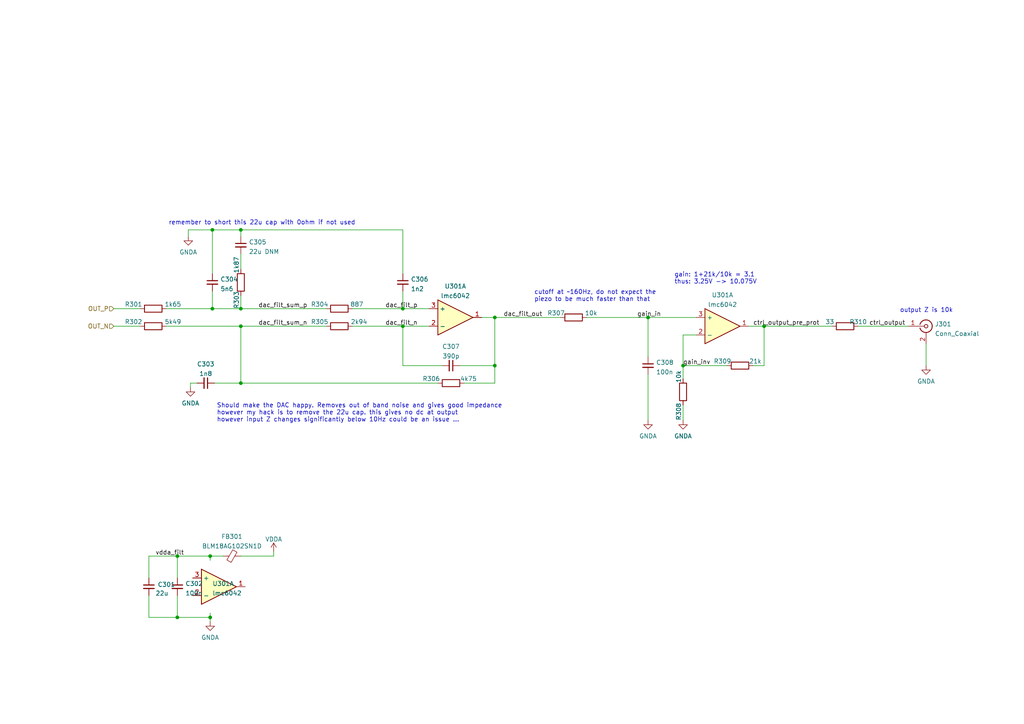
<source format=kicad_sch>
(kicad_sch (version 20211123) (generator eeschema)

  (uuid c3538923-208e-4661-a10d-5ea548204a51)

  (paper "A4")

  (lib_symbols
    (symbol "Connector:Conn_Coaxial" (pin_names (offset 1.016) hide) (in_bom yes) (on_board yes)
      (property "Reference" "J" (id 0) (at 0.254 3.048 0)
        (effects (font (size 1.27 1.27)))
      )
      (property "Value" "Conn_Coaxial" (id 1) (at 2.921 0 90)
        (effects (font (size 1.27 1.27)))
      )
      (property "Footprint" "" (id 2) (at 0 0 0)
        (effects (font (size 1.27 1.27)) hide)
      )
      (property "Datasheet" " ~" (id 3) (at 0 0 0)
        (effects (font (size 1.27 1.27)) hide)
      )
      (property "ki_keywords" "BNC SMA SMB SMC LEMO coaxial connector CINCH RCA" (id 4) (at 0 0 0)
        (effects (font (size 1.27 1.27)) hide)
      )
      (property "ki_description" "coaxial connector (BNC, SMA, SMB, SMC, Cinch/RCA, LEMO, ...)" (id 5) (at 0 0 0)
        (effects (font (size 1.27 1.27)) hide)
      )
      (property "ki_fp_filters" "*BNC* *SMA* *SMB* *SMC* *Cinch* *LEMO*" (id 6) (at 0 0 0)
        (effects (font (size 1.27 1.27)) hide)
      )
      (symbol "Conn_Coaxial_0_1"
        (arc (start -1.778 -0.508) (mid 0.222 -1.808) (end 1.778 0)
          (stroke (width 0.254) (type default) (color 0 0 0 0))
          (fill (type none))
        )
        (polyline
          (pts
            (xy -2.54 0)
            (xy -0.508 0)
          )
          (stroke (width 0) (type default) (color 0 0 0 0))
          (fill (type none))
        )
        (polyline
          (pts
            (xy 0 -2.54)
            (xy 0 -1.778)
          )
          (stroke (width 0) (type default) (color 0 0 0 0))
          (fill (type none))
        )
        (circle (center 0 0) (radius 0.508)
          (stroke (width 0.2032) (type default) (color 0 0 0 0))
          (fill (type none))
        )
        (arc (start 1.778 0) (mid 0.222 1.8083) (end -1.778 0.508)
          (stroke (width 0.254) (type default) (color 0 0 0 0))
          (fill (type none))
        )
      )
      (symbol "Conn_Coaxial_1_1"
        (pin passive line (at -5.08 0 0) (length 2.54)
          (name "In" (effects (font (size 1.27 1.27))))
          (number "1" (effects (font (size 1.27 1.27))))
        )
        (pin passive line (at 0 -5.08 90) (length 2.54)
          (name "Ext" (effects (font (size 1.27 1.27))))
          (number "2" (effects (font (size 1.27 1.27))))
        )
      )
    )
    (symbol "Device:C_Small" (pin_numbers hide) (pin_names (offset 0.254) hide) (in_bom yes) (on_board yes)
      (property "Reference" "C" (id 0) (at 0.254 1.778 0)
        (effects (font (size 1.27 1.27)) (justify left))
      )
      (property "Value" "C_Small" (id 1) (at 0.254 -2.032 0)
        (effects (font (size 1.27 1.27)) (justify left))
      )
      (property "Footprint" "" (id 2) (at 0 0 0)
        (effects (font (size 1.27 1.27)) hide)
      )
      (property "Datasheet" "~" (id 3) (at 0 0 0)
        (effects (font (size 1.27 1.27)) hide)
      )
      (property "ki_keywords" "capacitor cap" (id 4) (at 0 0 0)
        (effects (font (size 1.27 1.27)) hide)
      )
      (property "ki_description" "Unpolarized capacitor, small symbol" (id 5) (at 0 0 0)
        (effects (font (size 1.27 1.27)) hide)
      )
      (property "ki_fp_filters" "C_*" (id 6) (at 0 0 0)
        (effects (font (size 1.27 1.27)) hide)
      )
      (symbol "C_Small_0_1"
        (polyline
          (pts
            (xy -1.524 -0.508)
            (xy 1.524 -0.508)
          )
          (stroke (width 0.3302) (type default) (color 0 0 0 0))
          (fill (type none))
        )
        (polyline
          (pts
            (xy -1.524 0.508)
            (xy 1.524 0.508)
          )
          (stroke (width 0.3048) (type default) (color 0 0 0 0))
          (fill (type none))
        )
      )
      (symbol "C_Small_1_1"
        (pin passive line (at 0 2.54 270) (length 2.032)
          (name "~" (effects (font (size 1.27 1.27))))
          (number "1" (effects (font (size 1.27 1.27))))
        )
        (pin passive line (at 0 -2.54 90) (length 2.032)
          (name "~" (effects (font (size 1.27 1.27))))
          (number "2" (effects (font (size 1.27 1.27))))
        )
      )
    )
    (symbol "Device:FerriteBead_Small" (pin_numbers hide) (pin_names (offset 0)) (in_bom yes) (on_board yes)
      (property "Reference" "FB" (id 0) (at 1.905 1.27 0)
        (effects (font (size 1.27 1.27)) (justify left))
      )
      (property "Value" "FerriteBead_Small" (id 1) (at 1.905 -1.27 0)
        (effects (font (size 1.27 1.27)) (justify left))
      )
      (property "Footprint" "" (id 2) (at -1.778 0 90)
        (effects (font (size 1.27 1.27)) hide)
      )
      (property "Datasheet" "~" (id 3) (at 0 0 0)
        (effects (font (size 1.27 1.27)) hide)
      )
      (property "ki_keywords" "L ferrite bead inductor filter" (id 4) (at 0 0 0)
        (effects (font (size 1.27 1.27)) hide)
      )
      (property "ki_description" "Ferrite bead, small symbol" (id 5) (at 0 0 0)
        (effects (font (size 1.27 1.27)) hide)
      )
      (property "ki_fp_filters" "Inductor_* L_* *Ferrite*" (id 6) (at 0 0 0)
        (effects (font (size 1.27 1.27)) hide)
      )
      (symbol "FerriteBead_Small_0_1"
        (polyline
          (pts
            (xy 0 -1.27)
            (xy 0 -0.7874)
          )
          (stroke (width 0) (type default) (color 0 0 0 0))
          (fill (type none))
        )
        (polyline
          (pts
            (xy 0 0.889)
            (xy 0 1.2954)
          )
          (stroke (width 0) (type default) (color 0 0 0 0))
          (fill (type none))
        )
        (polyline
          (pts
            (xy -1.8288 0.2794)
            (xy -1.1176 1.4986)
            (xy 1.8288 -0.2032)
            (xy 1.1176 -1.4224)
            (xy -1.8288 0.2794)
          )
          (stroke (width 0) (type default) (color 0 0 0 0))
          (fill (type none))
        )
      )
      (symbol "FerriteBead_Small_1_1"
        (pin passive line (at 0 2.54 270) (length 1.27)
          (name "~" (effects (font (size 1.27 1.27))))
          (number "1" (effects (font (size 1.27 1.27))))
        )
        (pin passive line (at 0 -2.54 90) (length 1.27)
          (name "~" (effects (font (size 1.27 1.27))))
          (number "2" (effects (font (size 1.27 1.27))))
        )
      )
    )
    (symbol "Device:Opamp_Dual" (in_bom yes) (on_board yes)
      (property "Reference" "U" (id 0) (at 0 5.08 0)
        (effects (font (size 1.27 1.27)) (justify left))
      )
      (property "Value" "Opamp_Dual" (id 1) (at 0 -5.08 0)
        (effects (font (size 1.27 1.27)) (justify left))
      )
      (property "Footprint" "" (id 2) (at 0 0 0)
        (effects (font (size 1.27 1.27)) hide)
      )
      (property "Datasheet" "~" (id 3) (at 0 0 0)
        (effects (font (size 1.27 1.27)) hide)
      )
      (property "ki_locked" "" (id 4) (at 0 0 0)
        (effects (font (size 1.27 1.27)))
      )
      (property "ki_keywords" "dual opamp" (id 5) (at 0 0 0)
        (effects (font (size 1.27 1.27)) hide)
      )
      (property "ki_description" "Dual operational amplifier" (id 6) (at 0 0 0)
        (effects (font (size 1.27 1.27)) hide)
      )
      (property "ki_fp_filters" "SOIC*3.9x4.9mm*P1.27mm* DIP*W7.62mm* MSOP*3x3mm*P0.65mm* SSOP*2.95x2.8mm*P0.65mm* TSSOP*3x3mm*P0.65mm* VSSOP*P0.5mm* TO?99*" (id 7) (at 0 0 0)
        (effects (font (size 1.27 1.27)) hide)
      )
      (symbol "Opamp_Dual_1_1"
        (polyline
          (pts
            (xy -5.08 5.08)
            (xy 5.08 0)
            (xy -5.08 -5.08)
            (xy -5.08 5.08)
          )
          (stroke (width 0.254) (type default) (color 0 0 0 0))
          (fill (type background))
        )
        (pin output line (at 7.62 0 180) (length 2.54)
          (name "~" (effects (font (size 1.27 1.27))))
          (number "1" (effects (font (size 1.27 1.27))))
        )
        (pin input line (at -7.62 -2.54 0) (length 2.54)
          (name "-" (effects (font (size 1.27 1.27))))
          (number "2" (effects (font (size 1.27 1.27))))
        )
        (pin input line (at -7.62 2.54 0) (length 2.54)
          (name "+" (effects (font (size 1.27 1.27))))
          (number "3" (effects (font (size 1.27 1.27))))
        )
      )
      (symbol "Opamp_Dual_2_1"
        (polyline
          (pts
            (xy -5.08 5.08)
            (xy 5.08 0)
            (xy -5.08 -5.08)
            (xy -5.08 5.08)
          )
          (stroke (width 0.254) (type default) (color 0 0 0 0))
          (fill (type background))
        )
        (pin input line (at -7.62 2.54 0) (length 2.54)
          (name "+" (effects (font (size 1.27 1.27))))
          (number "5" (effects (font (size 1.27 1.27))))
        )
        (pin input line (at -7.62 -2.54 0) (length 2.54)
          (name "-" (effects (font (size 1.27 1.27))))
          (number "6" (effects (font (size 1.27 1.27))))
        )
        (pin output line (at 7.62 0 180) (length 2.54)
          (name "~" (effects (font (size 1.27 1.27))))
          (number "7" (effects (font (size 1.27 1.27))))
        )
      )
      (symbol "Opamp_Dual_3_1"
        (pin power_in line (at -2.54 -7.62 90) (length 3.81)
          (name "V-" (effects (font (size 1.27 1.27))))
          (number "4" (effects (font (size 1.27 1.27))))
        )
        (pin power_in line (at -2.54 7.62 270) (length 3.81)
          (name "V+" (effects (font (size 1.27 1.27))))
          (number "8" (effects (font (size 1.27 1.27))))
        )
      )
    )
    (symbol "Device:R" (pin_numbers hide) (pin_names (offset 0)) (in_bom yes) (on_board yes)
      (property "Reference" "R" (id 0) (at 2.032 0 90)
        (effects (font (size 1.27 1.27)))
      )
      (property "Value" "R" (id 1) (at 0 0 90)
        (effects (font (size 1.27 1.27)))
      )
      (property "Footprint" "" (id 2) (at -1.778 0 90)
        (effects (font (size 1.27 1.27)) hide)
      )
      (property "Datasheet" "~" (id 3) (at 0 0 0)
        (effects (font (size 1.27 1.27)) hide)
      )
      (property "ki_keywords" "R res resistor" (id 4) (at 0 0 0)
        (effects (font (size 1.27 1.27)) hide)
      )
      (property "ki_description" "Resistor" (id 5) (at 0 0 0)
        (effects (font (size 1.27 1.27)) hide)
      )
      (property "ki_fp_filters" "R_*" (id 6) (at 0 0 0)
        (effects (font (size 1.27 1.27)) hide)
      )
      (symbol "R_0_1"
        (rectangle (start -1.016 -2.54) (end 1.016 2.54)
          (stroke (width 0.254) (type default) (color 0 0 0 0))
          (fill (type none))
        )
      )
      (symbol "R_1_1"
        (pin passive line (at 0 3.81 270) (length 1.27)
          (name "~" (effects (font (size 1.27 1.27))))
          (number "1" (effects (font (size 1.27 1.27))))
        )
        (pin passive line (at 0 -3.81 90) (length 1.27)
          (name "~" (effects (font (size 1.27 1.27))))
          (number "2" (effects (font (size 1.27 1.27))))
        )
      )
    )
    (symbol "power:GNDA" (power) (pin_names (offset 0)) (in_bom yes) (on_board yes)
      (property "Reference" "#PWR" (id 0) (at 0 -6.35 0)
        (effects (font (size 1.27 1.27)) hide)
      )
      (property "Value" "GNDA" (id 1) (at 0 -3.81 0)
        (effects (font (size 1.27 1.27)))
      )
      (property "Footprint" "" (id 2) (at 0 0 0)
        (effects (font (size 1.27 1.27)) hide)
      )
      (property "Datasheet" "" (id 3) (at 0 0 0)
        (effects (font (size 1.27 1.27)) hide)
      )
      (property "ki_keywords" "power-flag" (id 4) (at 0 0 0)
        (effects (font (size 1.27 1.27)) hide)
      )
      (property "ki_description" "Power symbol creates a global label with name \"GNDA\" , analog ground" (id 5) (at 0 0 0)
        (effects (font (size 1.27 1.27)) hide)
      )
      (symbol "GNDA_0_1"
        (polyline
          (pts
            (xy 0 0)
            (xy 0 -1.27)
            (xy 1.27 -1.27)
            (xy 0 -2.54)
            (xy -1.27 -1.27)
            (xy 0 -1.27)
          )
          (stroke (width 0) (type default) (color 0 0 0 0))
          (fill (type none))
        )
      )
      (symbol "GNDA_1_1"
        (pin power_in line (at 0 0 270) (length 0) hide
          (name "GNDA" (effects (font (size 1.27 1.27))))
          (number "1" (effects (font (size 1.27 1.27))))
        )
      )
    )
    (symbol "power:VDDA" (power) (pin_names (offset 0)) (in_bom yes) (on_board yes)
      (property "Reference" "#PWR" (id 0) (at 0 -3.81 0)
        (effects (font (size 1.27 1.27)) hide)
      )
      (property "Value" "VDDA" (id 1) (at 0 3.81 0)
        (effects (font (size 1.27 1.27)))
      )
      (property "Footprint" "" (id 2) (at 0 0 0)
        (effects (font (size 1.27 1.27)) hide)
      )
      (property "Datasheet" "" (id 3) (at 0 0 0)
        (effects (font (size 1.27 1.27)) hide)
      )
      (property "ki_keywords" "power-flag" (id 4) (at 0 0 0)
        (effects (font (size 1.27 1.27)) hide)
      )
      (property "ki_description" "Power symbol creates a global label with name \"VDDA\"" (id 5) (at 0 0 0)
        (effects (font (size 1.27 1.27)) hide)
      )
      (symbol "VDDA_0_1"
        (polyline
          (pts
            (xy -0.762 1.27)
            (xy 0 2.54)
          )
          (stroke (width 0) (type default) (color 0 0 0 0))
          (fill (type none))
        )
        (polyline
          (pts
            (xy 0 0)
            (xy 0 2.54)
          )
          (stroke (width 0) (type default) (color 0 0 0 0))
          (fill (type none))
        )
        (polyline
          (pts
            (xy 0 2.54)
            (xy 0.762 1.27)
          )
          (stroke (width 0) (type default) (color 0 0 0 0))
          (fill (type none))
        )
      )
      (symbol "VDDA_1_1"
        (pin power_in line (at 0 0 90) (length 0) hide
          (name "VDDA" (effects (font (size 1.27 1.27))))
          (number "1" (effects (font (size 1.27 1.27))))
        )
      )
    )
  )

  (junction (at 51.435 161.29) (diameter 0) (color 0 0 0 0)
    (uuid 0595353e-7761-48b1-af93-f26a4c6b6fb3)
  )
  (junction (at 143.51 106.045) (diameter 0) (color 0 0 0 0)
    (uuid 2c4ad0b8-4100-44f0-b2b0-7f09885a6625)
  )
  (junction (at 69.85 66.675) (diameter 0) (color 0 0 0 0)
    (uuid 3923f18e-7a6a-4094-b675-6aa9a916406c)
  )
  (junction (at 116.84 94.615) (diameter 0) (color 0 0 0 0)
    (uuid 40c2366b-8fcc-48d2-89a8-0a54bd03f5b1)
  )
  (junction (at 187.96 92.075) (diameter 0) (color 0 0 0 0)
    (uuid 5ff36d37-0783-4b90-b35e-3580c402fcfc)
  )
  (junction (at 198.12 106.045) (diameter 0) (color 0 0 0 0)
    (uuid 7948ee00-4ecc-4f7e-99cc-b3fcba5abb8d)
  )
  (junction (at 69.85 111.125) (diameter 0) (color 0 0 0 0)
    (uuid 98be4b32-51d8-4f7b-9b74-14890e40923b)
  )
  (junction (at 116.84 89.535) (diameter 0) (color 0 0 0 0)
    (uuid 99c8c34b-e70e-421b-a54a-ab34163b1555)
  )
  (junction (at 61.595 66.675) (diameter 0) (color 0 0 0 0)
    (uuid a51933e4-9717-4b57-9d95-3f7b2fc0b38e)
  )
  (junction (at 221.615 94.615) (diameter 0) (color 0 0 0 0)
    (uuid a76aa09b-d818-4995-9cee-122897d9e934)
  )
  (junction (at 143.51 92.075) (diameter 0) (color 0 0 0 0)
    (uuid aee7819b-606d-44da-96c0-15205a920428)
  )
  (junction (at 51.435 179.07) (diameter 0) (color 0 0 0 0)
    (uuid b397c504-e2c1-4c09-ba73-bed4febd0c24)
  )
  (junction (at 60.96 179.07) (diameter 0) (color 0 0 0 0)
    (uuid b96ecb58-3b06-413f-9635-bc8603b2d1ec)
  )
  (junction (at 69.85 94.615) (diameter 0) (color 0 0 0 0)
    (uuid b9bd1d5b-9360-4de4-802f-5a04cc690636)
  )
  (junction (at 60.96 161.29) (diameter 0) (color 0 0 0 0)
    (uuid c57e6991-9a66-4628-b7bf-490bfc36ab65)
  )
  (junction (at 61.595 89.535) (diameter 0) (color 0 0 0 0)
    (uuid d4771ed4-96b4-4c4e-9e9e-106a65402726)
  )
  (junction (at 69.85 89.535) (diameter 0) (color 0 0 0 0)
    (uuid edf690c8-a602-4dcd-901d-de131305dee9)
  )

  (wire (pts (xy 268.605 106.045) (xy 268.605 99.695))
    (stroke (width 0) (type default) (color 0 0 0 0))
    (uuid 0039d7ff-d695-4482-bba7-e6bc641bcadc)
  )
  (wire (pts (xy 116.84 94.615) (xy 124.46 94.615))
    (stroke (width 0) (type default) (color 0 0 0 0))
    (uuid 067f8f1e-83b5-43a0-b6ad-6d8887da0643)
  )
  (wire (pts (xy 187.96 92.075) (xy 201.93 92.075))
    (stroke (width 0) (type default) (color 0 0 0 0))
    (uuid 0a82186a-192b-46c1-8706-14f987498566)
  )
  (wire (pts (xy 60.96 161.29) (xy 51.435 161.29))
    (stroke (width 0) (type default) (color 0 0 0 0))
    (uuid 118961ae-dc32-48eb-bf89-746711ab1f7f)
  )
  (wire (pts (xy 69.85 94.615) (xy 94.615 94.615))
    (stroke (width 0) (type default) (color 0 0 0 0))
    (uuid 13fe7576-1a9e-4ef4-899d-259e3a56e5f4)
  )
  (wire (pts (xy 33.02 89.535) (xy 40.64 89.535))
    (stroke (width 0) (type default) (color 0 0 0 0))
    (uuid 14f7bfd1-1090-4958-86e3-429311df3ea5)
  )
  (wire (pts (xy 43.18 179.07) (xy 51.435 179.07))
    (stroke (width 0) (type default) (color 0 0 0 0))
    (uuid 19d35abc-356b-4249-8633-92b791f01b62)
  )
  (wire (pts (xy 69.85 89.535) (xy 94.615 89.535))
    (stroke (width 0) (type default) (color 0 0 0 0))
    (uuid 1dc5a7fc-42c1-4a42-a52a-ac3735b7f0ec)
  )
  (wire (pts (xy 69.85 111.125) (xy 127 111.125))
    (stroke (width 0) (type default) (color 0 0 0 0))
    (uuid 2344e79d-9886-4369-80c0-b4c51dec6298)
  )
  (wire (pts (xy 116.84 79.375) (xy 116.84 66.675))
    (stroke (width 0) (type default) (color 0 0 0 0))
    (uuid 2ab86954-c6dd-4b85-8ac0-76ed16744845)
  )
  (wire (pts (xy 61.595 66.675) (xy 61.595 79.375))
    (stroke (width 0) (type default) (color 0 0 0 0))
    (uuid 2daac783-813f-46ec-a667-0bcfdbf630aa)
  )
  (wire (pts (xy 217.17 94.615) (xy 221.615 94.615))
    (stroke (width 0) (type default) (color 0 0 0 0))
    (uuid 303f509e-1964-4fd6-8519-623168d80359)
  )
  (wire (pts (xy 143.51 92.075) (xy 162.56 92.075))
    (stroke (width 0) (type default) (color 0 0 0 0))
    (uuid 3559bde8-5ed8-408d-9d4d-db4caae62cc2)
  )
  (wire (pts (xy 69.85 161.29) (xy 79.375 161.29))
    (stroke (width 0) (type default) (color 0 0 0 0))
    (uuid 3841bedf-2808-4102-bf75-2b9d4b09d0ad)
  )
  (wire (pts (xy 48.26 94.615) (xy 69.85 94.615))
    (stroke (width 0) (type default) (color 0 0 0 0))
    (uuid 3c8e0184-f787-4331-a551-5c50d9a27302)
  )
  (wire (pts (xy 61.595 84.455) (xy 61.595 89.535))
    (stroke (width 0) (type default) (color 0 0 0 0))
    (uuid 3cf7067d-f43e-4282-8534-64bf7abc9159)
  )
  (wire (pts (xy 201.93 97.155) (xy 198.12 97.155))
    (stroke (width 0) (type default) (color 0 0 0 0))
    (uuid 422f744c-8cdd-4533-8e76-7ce0aed3004f)
  )
  (wire (pts (xy 51.435 179.07) (xy 60.96 179.07))
    (stroke (width 0) (type default) (color 0 0 0 0))
    (uuid 435b5025-3b61-44c7-8e86-19bcdc402abe)
  )
  (wire (pts (xy 69.85 85.725) (xy 69.85 89.535))
    (stroke (width 0) (type default) (color 0 0 0 0))
    (uuid 44486d60-b370-4fc3-8bd0-b1bb0bd03ec4)
  )
  (wire (pts (xy 55.245 112.395) (xy 55.245 111.125))
    (stroke (width 0) (type default) (color 0 0 0 0))
    (uuid 459ffa61-a96d-46ea-9b80-5629e39efea0)
  )
  (wire (pts (xy 198.12 97.155) (xy 198.12 106.045))
    (stroke (width 0) (type default) (color 0 0 0 0))
    (uuid 4956c5ce-47b4-4b46-9ba1-52092a6304db)
  )
  (wire (pts (xy 60.96 161.29) (xy 64.77 161.29))
    (stroke (width 0) (type default) (color 0 0 0 0))
    (uuid 4cc67468-af53-4712-b67e-0108d299b6d7)
  )
  (wire (pts (xy 198.12 117.475) (xy 198.12 121.92))
    (stroke (width 0) (type default) (color 0 0 0 0))
    (uuid 63aadda9-1e53-43ea-b04d-8f50154123cd)
  )
  (wire (pts (xy 198.12 106.045) (xy 198.12 109.855))
    (stroke (width 0) (type default) (color 0 0 0 0))
    (uuid 6587124f-11ee-440a-8eba-b2c437a01830)
  )
  (wire (pts (xy 143.51 92.075) (xy 143.51 106.045))
    (stroke (width 0) (type default) (color 0 0 0 0))
    (uuid 725b9117-f7f0-4be3-970e-e0715604cac5)
  )
  (wire (pts (xy 51.435 161.29) (xy 43.18 161.29))
    (stroke (width 0) (type default) (color 0 0 0 0))
    (uuid 732feb65-7cce-4943-ae03-585fa7d4dfef)
  )
  (wire (pts (xy 33.02 94.615) (xy 40.64 94.615))
    (stroke (width 0) (type default) (color 0 0 0 0))
    (uuid 7607ad12-eebe-4f26-ac26-1ce733bde4e1)
  )
  (wire (pts (xy 43.18 172.72) (xy 43.18 179.07))
    (stroke (width 0) (type default) (color 0 0 0 0))
    (uuid 788e0a11-2a52-455f-9104-41df014f2b83)
  )
  (wire (pts (xy 102.235 94.615) (xy 116.84 94.615))
    (stroke (width 0) (type default) (color 0 0 0 0))
    (uuid 7c38e4a2-3261-4ebc-bc1f-48b2b7ba91c4)
  )
  (wire (pts (xy 221.615 106.045) (xy 218.44 106.045))
    (stroke (width 0) (type default) (color 0 0 0 0))
    (uuid 7d9ea05c-e250-4089-a005-0b2fba6bb1e4)
  )
  (wire (pts (xy 102.235 89.535) (xy 116.84 89.535))
    (stroke (width 0) (type default) (color 0 0 0 0))
    (uuid 84d7593c-7791-4195-a93e-a11debd08536)
  )
  (wire (pts (xy 143.51 106.045) (xy 133.35 106.045))
    (stroke (width 0) (type default) (color 0 0 0 0))
    (uuid 87d94911-edcd-4be6-98c8-6b41c12a7664)
  )
  (wire (pts (xy 51.435 172.72) (xy 51.435 179.07))
    (stroke (width 0) (type default) (color 0 0 0 0))
    (uuid 899fbe04-6fa7-4ffd-a9eb-7eb7ceb65d85)
  )
  (wire (pts (xy 54.61 66.675) (xy 61.595 66.675))
    (stroke (width 0) (type default) (color 0 0 0 0))
    (uuid 8c0af9f0-87eb-4233-91b9-2ac80e5a3400)
  )
  (wire (pts (xy 54.61 68.58) (xy 54.61 66.675))
    (stroke (width 0) (type default) (color 0 0 0 0))
    (uuid 8e0aaee5-01a5-4be9-8eec-fd2953a02341)
  )
  (wire (pts (xy 248.92 94.615) (xy 263.525 94.615))
    (stroke (width 0) (type default) (color 0 0 0 0))
    (uuid 8e87085f-38ba-46ba-91fb-d05ffe6b46bc)
  )
  (wire (pts (xy 187.96 108.585) (xy 187.96 121.92))
    (stroke (width 0) (type default) (color 0 0 0 0))
    (uuid 90263cde-d422-4337-973e-8b62bddd33da)
  )
  (wire (pts (xy 143.51 111.125) (xy 134.62 111.125))
    (stroke (width 0) (type default) (color 0 0 0 0))
    (uuid 904a9c11-4452-4746-afc7-adad3f8c9213)
  )
  (wire (pts (xy 55.245 111.125) (xy 57.15 111.125))
    (stroke (width 0) (type default) (color 0 0 0 0))
    (uuid 9fb5b181-7a05-4c03-ad8e-eddbe1326b35)
  )
  (wire (pts (xy 69.85 66.675) (xy 69.85 68.58))
    (stroke (width 0) (type default) (color 0 0 0 0))
    (uuid a01261b2-d47c-421f-b86f-f7cbadc421ac)
  )
  (wire (pts (xy 198.12 106.045) (xy 210.82 106.045))
    (stroke (width 0) (type default) (color 0 0 0 0))
    (uuid a48168dc-580d-4dd5-82ac-21d6c2f45026)
  )
  (wire (pts (xy 69.85 73.66) (xy 69.85 78.105))
    (stroke (width 0) (type default) (color 0 0 0 0))
    (uuid c1e56c52-7c87-4516-b616-75c1adfc8c93)
  )
  (wire (pts (xy 51.435 161.29) (xy 51.435 167.64))
    (stroke (width 0) (type default) (color 0 0 0 0))
    (uuid c4a7c87e-0664-4284-928a-d85b3f90c13c)
  )
  (wire (pts (xy 60.96 179.07) (xy 60.96 180.34))
    (stroke (width 0) (type default) (color 0 0 0 0))
    (uuid c8437bf5-4135-417b-ae30-28eb06d06d9d)
  )
  (wire (pts (xy 60.96 179.07) (xy 60.96 177.8))
    (stroke (width 0) (type default) (color 0 0 0 0))
    (uuid c932c430-aae3-4d3d-94ec-818bec195bcd)
  )
  (wire (pts (xy 61.595 66.675) (xy 69.85 66.675))
    (stroke (width 0) (type default) (color 0 0 0 0))
    (uuid c9be8710-939e-4c00-94f0-6a9f03421605)
  )
  (wire (pts (xy 139.7 92.075) (xy 143.51 92.075))
    (stroke (width 0) (type default) (color 0 0 0 0))
    (uuid d4cd8af2-0101-4afb-aece-29329b8e711a)
  )
  (wire (pts (xy 79.375 161.29) (xy 79.375 160.02))
    (stroke (width 0) (type default) (color 0 0 0 0))
    (uuid d6474228-bdbe-4e46-9483-4e5b8e99a940)
  )
  (wire (pts (xy 69.85 66.675) (xy 116.84 66.675))
    (stroke (width 0) (type default) (color 0 0 0 0))
    (uuid d6f7f2b5-4ea1-4983-ae4e-c35f5bb4f571)
  )
  (wire (pts (xy 116.84 89.535) (xy 124.46 89.535))
    (stroke (width 0) (type default) (color 0 0 0 0))
    (uuid db5f302b-3335-430e-bb88-13426b2ce4ee)
  )
  (wire (pts (xy 221.615 94.615) (xy 241.3 94.615))
    (stroke (width 0) (type default) (color 0 0 0 0))
    (uuid df5ba8b6-2c2d-4eb0-81bf-7b9f23b5445c)
  )
  (wire (pts (xy 143.51 106.045) (xy 143.51 111.125))
    (stroke (width 0) (type default) (color 0 0 0 0))
    (uuid e01ff30e-7ece-48e3-a9a2-67455fb3e4eb)
  )
  (wire (pts (xy 187.96 92.075) (xy 187.96 103.505))
    (stroke (width 0) (type default) (color 0 0 0 0))
    (uuid e14a56aa-e374-4f79-a0ea-78222f5e6d8d)
  )
  (wire (pts (xy 170.18 92.075) (xy 187.96 92.075))
    (stroke (width 0) (type default) (color 0 0 0 0))
    (uuid e39649f4-00b9-47e7-9d0e-b682b2bcd0e9)
  )
  (wire (pts (xy 116.84 94.615) (xy 116.84 106.045))
    (stroke (width 0) (type default) (color 0 0 0 0))
    (uuid e4468e62-46c6-4900-ab29-6b9a84f65338)
  )
  (wire (pts (xy 61.595 89.535) (xy 69.85 89.535))
    (stroke (width 0) (type default) (color 0 0 0 0))
    (uuid e71cd1ce-60b3-4b67-ae18-391725474fc0)
  )
  (wire (pts (xy 116.84 84.455) (xy 116.84 89.535))
    (stroke (width 0) (type default) (color 0 0 0 0))
    (uuid ec2a0580-589b-49b9-ae6c-6f074aef7df7)
  )
  (wire (pts (xy 128.27 106.045) (xy 116.84 106.045))
    (stroke (width 0) (type default) (color 0 0 0 0))
    (uuid ed7cb2ee-bf93-4230-aefb-c0d562dbc285)
  )
  (wire (pts (xy 43.18 161.29) (xy 43.18 167.64))
    (stroke (width 0) (type default) (color 0 0 0 0))
    (uuid f67783db-98b3-492e-8dbd-288f882ebc59)
  )
  (wire (pts (xy 60.96 161.29) (xy 60.96 162.56))
    (stroke (width 0) (type default) (color 0 0 0 0))
    (uuid f738fc05-170d-4619-9701-0a1bde4b9526)
  )
  (wire (pts (xy 48.26 89.535) (xy 61.595 89.535))
    (stroke (width 0) (type default) (color 0 0 0 0))
    (uuid f907627c-3e25-4f87-a5c5-3adbfa66ea12)
  )
  (wire (pts (xy 62.23 111.125) (xy 69.85 111.125))
    (stroke (width 0) (type default) (color 0 0 0 0))
    (uuid fa0c9e80-b64a-4298-914c-5b42e4bb4462)
  )
  (wire (pts (xy 69.85 111.125) (xy 69.85 94.615))
    (stroke (width 0) (type default) (color 0 0 0 0))
    (uuid fba44073-696f-474a-8785-9cb725e923b4)
  )
  (wire (pts (xy 221.615 94.615) (xy 221.615 106.045))
    (stroke (width 0) (type default) (color 0 0 0 0))
    (uuid ff9410be-a1ec-4fbe-b1c7-b39b5422e616)
  )

  (text "output Z is 10k" (at 260.985 90.805 0)
    (effects (font (size 1.27 1.27)) (justify left bottom))
    (uuid 28e38b37-b7ef-4cc4-96bb-91c4df308853)
  )
  (text "cutoff at ~160Hz, do not expect the \npiezo to be much faster than that"
    (at 154.94 87.63 0)
    (effects (font (size 1.27 1.27)) (justify left bottom))
    (uuid 7d9a1fbf-604b-4862-a709-ce86546abc59)
  )
  (text "remember to short this 22u cap with 0ohm if not used"
    (at 48.895 65.405 0)
    (effects (font (size 1.27 1.27)) (justify left bottom))
    (uuid 8bfea243-8cfc-40c6-9d18-c5686a4e27bb)
  )
  (text "Should make the DAC happy. Removes out of band noise and gives good impedance\nhowever my hack is to remove the 22u cap. this gives no dc at output\nhowever input Z changes significantly below 10Hz could be an issue ..."
    (at 62.865 122.555 0)
    (effects (font (size 1.27 1.27)) (justify left bottom))
    (uuid 9c4ca85c-6b4a-4bb9-aebf-478e49ed29fd)
  )
  (text "gain: 1+21k/10k = 3.1\nthus: 3.25V -> 10.075V" (at 195.58 82.55 0)
    (effects (font (size 1.27 1.27)) (justify left bottom))
    (uuid b83f684c-16e9-4001-ae7e-32c3aadf55a2)
  )

  (label "dac_filt_sum_p" (at 74.93 89.535 0)
    (effects (font (size 1.27 1.27)) (justify left bottom))
    (uuid 22939b6e-2e39-48d5-b8b6-9205ae492aef)
  )
  (label "vdda_filt" (at 45.085 161.29 0)
    (effects (font (size 1.27 1.27)) (justify left bottom))
    (uuid 40576589-a55b-4e1e-a101-538676b59a43)
  )
  (label "dac_filt_sum_n" (at 74.93 94.615 0)
    (effects (font (size 1.27 1.27)) (justify left bottom))
    (uuid 4207b17a-09ee-4235-a507-39ce89fb54aa)
  )
  (label "ctrl_output" (at 252.095 94.615 0)
    (effects (font (size 1.27 1.27)) (justify left bottom))
    (uuid 4d17a9f2-b63a-43a9-87bc-bbf4a48979ab)
  )
  (label "dac_filt_p" (at 111.76 89.535 0)
    (effects (font (size 1.27 1.27)) (justify left bottom))
    (uuid 7adeaf9d-3e99-4ff5-a24e-fefb87733532)
  )
  (label "dac_filt_n" (at 111.76 94.615 0)
    (effects (font (size 1.27 1.27)) (justify left bottom))
    (uuid 938565d7-777c-4ab0-a8dc-8d0bb16cf84c)
  )
  (label "dac_filt_out" (at 146.05 92.075 0)
    (effects (font (size 1.27 1.27)) (justify left bottom))
    (uuid a16afbda-5693-4d53-94dc-251d68ed479a)
  )
  (label "gain_in" (at 184.785 92.075 0)
    (effects (font (size 1.27 1.27)) (justify left bottom))
    (uuid aec8f44a-c04b-4bf0-b5fe-4f48e829e699)
  )
  (label "ctrl_output_pre_prot" (at 218.44 94.615 0)
    (effects (font (size 1.27 1.27)) (justify left bottom))
    (uuid d375a453-923a-475f-a4e6-8295ab7fb1a9)
  )
  (label "gain_inv" (at 198.12 106.045 0)
    (effects (font (size 1.27 1.27)) (justify left bottom))
    (uuid fa8bcbf9-9708-4624-84fb-7dee82ae5b91)
  )

  (hierarchical_label "OUT_P" (shape input) (at 33.02 89.535 180)
    (effects (font (size 1.27 1.27)) (justify right))
    (uuid 5fa8d2e9-4abc-4d63-924d-5a11f34defcf)
  )
  (hierarchical_label "OUT_N" (shape input) (at 33.02 94.615 180)
    (effects (font (size 1.27 1.27)) (justify right))
    (uuid a79447a8-7e9a-4ba5-bee1-026352024936)
  )

  (symbol (lib_id "Device:C_Small") (at 43.18 170.18 0)
    (in_bom yes) (on_board yes)
    (uuid 02d7daeb-3293-45c5-8b0e-1c9b1755cd8a)
    (property "Reference" "C301" (id 0) (at 45.72 169.545 0)
      (effects (font (size 1.27 1.27)) (justify left))
    )
    (property "Value" "22u" (id 1) (at 45.085 172.085 0)
      (effects (font (size 1.27 1.27)) (justify left))
    )
    (property "Footprint" "Capacitor_SMD:C_0603_1608Metric_Pad1.08x0.95mm_HandSolder" (id 2) (at 43.18 170.18 0)
      (effects (font (size 1.27 1.27)) hide)
    )
    (property "Datasheet" "~" (id 3) (at 43.18 170.18 0)
      (effects (font (size 1.27 1.27)) hide)
    )
    (pin "1" (uuid 434da7cc-2db3-4700-a7a7-fa4ab0cd604a))
    (pin "2" (uuid eb27bb1d-1174-448a-8ca7-24212f21d382))
  )

  (symbol (lib_id "Device:R") (at 44.45 94.615 90)
    (in_bom yes) (on_board yes)
    (uuid 03b6137a-1e55-474f-9485-08832be7ca32)
    (property "Reference" "R302" (id 0) (at 38.735 93.345 90))
    (property "Value" "5k49" (id 1) (at 50.165 93.345 90))
    (property "Footprint" "Resistor_SMD:R_0603_1608Metric_Pad0.98x0.95mm_HandSolder" (id 2) (at 44.45 96.393 90)
      (effects (font (size 1.27 1.27)) hide)
    )
    (property "Datasheet" "~" (id 3) (at 44.45 94.615 0)
      (effects (font (size 1.27 1.27)) hide)
    )
    (pin "1" (uuid c5ba8ad3-1ba4-44ec-bbf6-9fb7326a3945))
    (pin "2" (uuid 1748b3b4-aaba-46eb-b4fc-8eb23938eb18))
  )

  (symbol (lib_id "power:GNDA") (at 55.245 112.395 0)
    (in_bom yes) (on_board yes) (fields_autoplaced)
    (uuid 057dcd1b-2916-4d0c-8361-99eb37225c69)
    (property "Reference" "#PWR0402" (id 0) (at 55.245 118.745 0)
      (effects (font (size 1.27 1.27)) hide)
    )
    (property "Value" "GNDA" (id 1) (at 55.245 116.9575 0))
    (property "Footprint" "" (id 2) (at 55.245 112.395 0)
      (effects (font (size 1.27 1.27)) hide)
    )
    (property "Datasheet" "" (id 3) (at 55.245 112.395 0)
      (effects (font (size 1.27 1.27)) hide)
    )
    (pin "1" (uuid 70f41ca9-2381-497b-83aa-0303df167c25))
  )

  (symbol (lib_id "power:GNDA") (at 54.61 68.58 0)
    (in_bom yes) (on_board yes) (fields_autoplaced)
    (uuid 1125cf5f-fb12-4bee-9e43-063b471846ac)
    (property "Reference" "#PWR0401" (id 0) (at 54.61 74.93 0)
      (effects (font (size 1.27 1.27)) hide)
    )
    (property "Value" "GNDA" (id 1) (at 54.61 73.1425 0))
    (property "Footprint" "" (id 2) (at 54.61 68.58 0)
      (effects (font (size 1.27 1.27)) hide)
    )
    (property "Datasheet" "" (id 3) (at 54.61 68.58 0)
      (effects (font (size 1.27 1.27)) hide)
    )
    (pin "1" (uuid 4db4425b-5d96-435c-a7f5-45e9b8213301))
  )

  (symbol (lib_id "Device:C_Small") (at 130.81 106.045 270)
    (in_bom yes) (on_board yes) (fields_autoplaced)
    (uuid 1db4c53d-2a8e-4088-aeab-9a92b2d926c6)
    (property "Reference" "C307" (id 0) (at 130.8036 100.5164 90))
    (property "Value" "390p" (id 1) (at 130.8036 103.2915 90))
    (property "Footprint" "Capacitor_SMD:C_0603_1608Metric_Pad1.08x0.95mm_HandSolder" (id 2) (at 130.81 106.045 0)
      (effects (font (size 1.27 1.27)) hide)
    )
    (property "Datasheet" "~" (id 3) (at 130.81 106.045 0)
      (effects (font (size 1.27 1.27)) hide)
    )
    (pin "1" (uuid e538d451-f09c-44b0-aeea-0e828a608e46))
    (pin "2" (uuid 0aea7718-0aa2-455b-b75f-49a9e0c4a36c))
  )

  (symbol (lib_id "Device:Opamp_Dual") (at 209.55 94.615 0)
    (in_bom yes) (on_board yes) (fields_autoplaced)
    (uuid 1e75f5b1-b930-445c-9f17-792cb68656fa)
    (property "Reference" "U301" (id 0) (at 209.55 85.5685 0))
    (property "Value" "lmc6042" (id 1) (at 209.55 88.3436 0))
    (property "Footprint" "Package_SO:SOIC-8_3.9x4.9mm_P1.27mm" (id 2) (at 209.55 94.615 0)
      (effects (font (size 1.27 1.27)) hide)
    )
    (property "Datasheet" "https://www.ti.com/lit/ds/symlink/lmc6042.pdf?ts=1644520668945&ref_url=https%253A%252F%252Fwww.google.com%252F" (id 3) (at 209.55 94.615 0)
      (effects (font (size 1.27 1.27)) hide)
    )
    (pin "5" (uuid 9c08e9bc-2359-4642-8957-cdc10638112d))
    (pin "6" (uuid 999a9de1-b184-4a7a-88ce-e26d61a272e3))
    (pin "7" (uuid 09dffe2f-119c-4acf-b279-934de0a0dda7))
  )

  (symbol (lib_id "Connector:Conn_Coaxial") (at 268.605 94.615 0)
    (in_bom yes) (on_board yes) (fields_autoplaced)
    (uuid 27924dc6-bc05-46d7-aa76-9edc4dbf27eb)
    (property "Reference" "J301" (id 0) (at 271.145 93.9997 0)
      (effects (font (size 1.27 1.27)) (justify left))
    )
    (property "Value" "Conn_Coaxial" (id 1) (at 271.145 96.7748 0)
      (effects (font (size 1.27 1.27)) (justify left))
    )
    (property "Footprint" "Connector_Coaxial:BNC_Amphenol_B6252HB-NPP3G-50_Horizontal" (id 2) (at 268.605 94.615 0)
      (effects (font (size 1.27 1.27)) hide)
    )
    (property "Datasheet" " ~" (id 3) (at 268.605 94.615 0)
      (effects (font (size 1.27 1.27)) hide)
    )
    (pin "1" (uuid c741f3d7-d759-4619-b72b-356d394376db))
    (pin "2" (uuid 6a135b4a-b0f0-4809-bdd6-98487951da0a))
  )

  (symbol (lib_id "Device:Opamp_Dual") (at 63.5 170.18 0)
    (in_bom yes) (on_board yes)
    (uuid 366eab11-1855-43c4-b6e1-9a698202e5d2)
    (property "Reference" "U301" (id 0) (at 61.595 169.2715 0)
      (effects (font (size 1.27 1.27)) (justify left))
    )
    (property "Value" "lmc6042" (id 1) (at 61.595 172.0466 0)
      (effects (font (size 1.27 1.27)) (justify left))
    )
    (property "Footprint" "Package_SO:SOIC-8_3.9x4.9mm_P1.27mm" (id 2) (at 63.5 170.18 0)
      (effects (font (size 1.27 1.27)) hide)
    )
    (property "Datasheet" "https://www.ti.com/lit/ds/symlink/lmc6042.pdf?ts=1644520668945&ref_url=https%253A%252F%252Fwww.google.com%252F" (id 3) (at 63.5 170.18 0)
      (effects (font (size 1.27 1.27)) hide)
    )
    (pin "4" (uuid 3191783e-5075-4348-8aac-846f923d21cb))
    (pin "8" (uuid 2d0a1cd4-a5be-46cc-a28f-17278e9b94e9))
  )

  (symbol (lib_id "power:GNDA") (at 60.96 180.34 0)
    (in_bom yes) (on_board yes) (fields_autoplaced)
    (uuid 46875522-0fc3-46ac-b5fc-7f7b4b0695c7)
    (property "Reference" "#PWR0403" (id 0) (at 60.96 186.69 0)
      (effects (font (size 1.27 1.27)) hide)
    )
    (property "Value" "GNDA" (id 1) (at 60.96 184.9025 0))
    (property "Footprint" "" (id 2) (at 60.96 180.34 0)
      (effects (font (size 1.27 1.27)) hide)
    )
    (property "Datasheet" "" (id 3) (at 60.96 180.34 0)
      (effects (font (size 1.27 1.27)) hide)
    )
    (pin "1" (uuid 255f8f6a-7b80-4404-aef5-6c852fdb2308))
  )

  (symbol (lib_id "power:GNDA") (at 198.12 121.92 0)
    (in_bom yes) (on_board yes) (fields_autoplaced)
    (uuid 48ed8987-fa39-45a0-90d0-16580413d208)
    (property "Reference" "#PWR0406" (id 0) (at 198.12 128.27 0)
      (effects (font (size 1.27 1.27)) hide)
    )
    (property "Value" "GNDA" (id 1) (at 198.12 126.4825 0))
    (property "Footprint" "" (id 2) (at 198.12 121.92 0)
      (effects (font (size 1.27 1.27)) hide)
    )
    (property "Datasheet" "" (id 3) (at 198.12 121.92 0)
      (effects (font (size 1.27 1.27)) hide)
    )
    (pin "1" (uuid b05da4d6-a5d3-4c46-b284-c98cb459eaac))
  )

  (symbol (lib_id "Device:FerriteBead_Small") (at 67.31 161.29 90)
    (in_bom yes) (on_board yes)
    (uuid 4ce07f39-739a-460f-b145-230247120412)
    (property "Reference" "FB301" (id 0) (at 67.2719 155.6217 90))
    (property "Value" "BLM18AG102SN1D" (id 1) (at 67.2719 158.3968 90))
    (property "Footprint" "Inductor_SMD:L_0603_1608Metric_Pad1.05x0.95mm_HandSolder" (id 2) (at 67.31 163.068 90)
      (effects (font (size 1.27 1.27)) hide)
    )
    (property "Datasheet" "~" (id 3) (at 67.31 161.29 0)
      (effects (font (size 1.27 1.27)) hide)
    )
    (pin "1" (uuid 3426319c-2f30-4cb4-bd90-9d0580009cb5))
    (pin "2" (uuid 35cb7c55-37ae-45a6-92b2-aed8c1ad27cd))
  )

  (symbol (lib_id "Device:R") (at 98.425 89.535 90)
    (in_bom yes) (on_board yes)
    (uuid 53f866fa-9bcd-4de8-8300-629f637aab06)
    (property "Reference" "R304" (id 0) (at 92.71 88.265 90))
    (property "Value" "887" (id 1) (at 103.505 88.265 90))
    (property "Footprint" "Resistor_SMD:R_0603_1608Metric_Pad0.98x0.95mm_HandSolder" (id 2) (at 98.425 91.313 90)
      (effects (font (size 1.27 1.27)) hide)
    )
    (property "Datasheet" "~" (id 3) (at 98.425 89.535 0)
      (effects (font (size 1.27 1.27)) hide)
    )
    (pin "1" (uuid d5d8090e-4505-403c-9c69-02556789a09b))
    (pin "2" (uuid 7b071066-9ebb-4912-b214-d8828d76f77f))
  )

  (symbol (lib_id "Device:C_Small") (at 69.85 71.12 0)
    (in_bom yes) (on_board yes) (fields_autoplaced)
    (uuid 5e3aaaf7-c514-40b2-8886-a0752edbaf3c)
    (property "Reference" "C305" (id 0) (at 72.1741 70.2178 0)
      (effects (font (size 1.27 1.27)) (justify left))
    )
    (property "Value" "22u DNM" (id 1) (at 72.1741 72.9929 0)
      (effects (font (size 1.27 1.27)) (justify left))
    )
    (property "Footprint" "Capacitor_SMD:C_0603_1608Metric_Pad1.08x0.95mm_HandSolder" (id 2) (at 69.85 71.12 0)
      (effects (font (size 1.27 1.27)) hide)
    )
    (property "Datasheet" "~" (id 3) (at 69.85 71.12 0)
      (effects (font (size 1.27 1.27)) hide)
    )
    (pin "1" (uuid 98a1c122-81d8-4462-8b81-fda5f35dbcd0))
    (pin "2" (uuid 7bf8b453-184b-41c4-8258-9d300722c1a3))
  )

  (symbol (lib_id "Device:R") (at 166.37 92.075 90)
    (in_bom yes) (on_board yes)
    (uuid 692d4297-c69c-4857-bf06-c60f15252186)
    (property "Reference" "R307" (id 0) (at 161.29 90.805 90))
    (property "Value" "10k" (id 1) (at 171.45 90.805 90))
    (property "Footprint" "Resistor_SMD:R_0603_1608Metric_Pad0.98x0.95mm_HandSolder" (id 2) (at 166.37 93.853 90)
      (effects (font (size 1.27 1.27)) hide)
    )
    (property "Datasheet" "~" (id 3) (at 166.37 92.075 0)
      (effects (font (size 1.27 1.27)) hide)
    )
    (pin "1" (uuid 30591c24-7019-40ed-b768-7c59eb07e591))
    (pin "2" (uuid 7ca8899f-3952-4e49-924a-4649f281ea68))
  )

  (symbol (lib_id "Device:R") (at 245.11 94.615 90)
    (in_bom yes) (on_board yes)
    (uuid 6b1cef59-059e-4c88-be90-c9af36b1c1a4)
    (property "Reference" "R310" (id 0) (at 248.92 93.345 90))
    (property "Value" "33" (id 1) (at 240.665 93.345 90))
    (property "Footprint" "Resistor_SMD:R_0603_1608Metric_Pad0.98x0.95mm_HandSolder" (id 2) (at 245.11 96.393 90)
      (effects (font (size 1.27 1.27)) hide)
    )
    (property "Datasheet" "~" (id 3) (at 245.11 94.615 0)
      (effects (font (size 1.27 1.27)) hide)
    )
    (pin "1" (uuid 7c55113a-9a66-41be-86e0-49286846a70b))
    (pin "2" (uuid a3e9f845-898a-4c23-b17b-d34d86418e9b))
  )

  (symbol (lib_id "Device:C_Small") (at 116.84 81.915 0)
    (in_bom yes) (on_board yes) (fields_autoplaced)
    (uuid 738ee126-0d16-44bc-9499-1b8e28eb2b2c)
    (property "Reference" "C306" (id 0) (at 119.1641 81.0128 0)
      (effects (font (size 1.27 1.27)) (justify left))
    )
    (property "Value" "1n2" (id 1) (at 119.1641 83.7879 0)
      (effects (font (size 1.27 1.27)) (justify left))
    )
    (property "Footprint" "Capacitor_SMD:C_0603_1608Metric_Pad1.08x0.95mm_HandSolder" (id 2) (at 116.84 81.915 0)
      (effects (font (size 1.27 1.27)) hide)
    )
    (property "Datasheet" "~" (id 3) (at 116.84 81.915 0)
      (effects (font (size 1.27 1.27)) hide)
    )
    (pin "1" (uuid cc84acb6-ab26-40d2-a3eb-dee1e2b67f23))
    (pin "2" (uuid 9b5ce470-f2a3-4856-b99c-c8b760f1f6ed))
  )

  (symbol (lib_id "Device:R") (at 98.425 94.615 90)
    (in_bom yes) (on_board yes)
    (uuid 73f60dea-0140-4143-9980-647b50cc16e2)
    (property "Reference" "R305" (id 0) (at 92.71 93.345 90))
    (property "Value" "2k94" (id 1) (at 104.14 93.345 90))
    (property "Footprint" "Resistor_SMD:R_0603_1608Metric_Pad0.98x0.95mm_HandSolder" (id 2) (at 98.425 96.393 90)
      (effects (font (size 1.27 1.27)) hide)
    )
    (property "Datasheet" "~" (id 3) (at 98.425 94.615 0)
      (effects (font (size 1.27 1.27)) hide)
    )
    (pin "1" (uuid be0bab3b-b62a-4a6d-ac16-1825ae8056ca))
    (pin "2" (uuid 222dbf92-b32e-4f8b-b438-25f42ff1dd70))
  )

  (symbol (lib_id "Device:R") (at 130.81 111.125 90)
    (in_bom yes) (on_board yes)
    (uuid 7ba2c65c-f6a2-4a1b-90c6-4186dcf83a35)
    (property "Reference" "R306" (id 0) (at 125.095 109.855 90))
    (property "Value" "4k75" (id 1) (at 135.89 109.855 90))
    (property "Footprint" "Resistor_SMD:R_0603_1608Metric_Pad0.98x0.95mm_HandSolder" (id 2) (at 130.81 112.903 90)
      (effects (font (size 1.27 1.27)) hide)
    )
    (property "Datasheet" "~" (id 3) (at 130.81 111.125 0)
      (effects (font (size 1.27 1.27)) hide)
    )
    (pin "1" (uuid 4ee80b49-1b05-499a-8d5e-7600e1aab521))
    (pin "2" (uuid 17e23bc6-6604-41ef-96a1-775f02b23fa2))
  )

  (symbol (lib_id "Device:C_Small") (at 61.595 81.915 0)
    (in_bom yes) (on_board yes) (fields_autoplaced)
    (uuid 8544c039-d9f8-498b-919e-899f9837f3b0)
    (property "Reference" "C304" (id 0) (at 63.9191 81.0128 0)
      (effects (font (size 1.27 1.27)) (justify left))
    )
    (property "Value" "5n6" (id 1) (at 63.9191 83.7879 0)
      (effects (font (size 1.27 1.27)) (justify left))
    )
    (property "Footprint" "Capacitor_SMD:C_0603_1608Metric_Pad1.08x0.95mm_HandSolder" (id 2) (at 61.595 81.915 0)
      (effects (font (size 1.27 1.27)) hide)
    )
    (property "Datasheet" "~" (id 3) (at 61.595 81.915 0)
      (effects (font (size 1.27 1.27)) hide)
    )
    (pin "1" (uuid 884e8365-c827-4e7e-aa62-91a8606e0fb9))
    (pin "2" (uuid 6eb52416-d621-4c3e-be8d-6a3cb50a3cdd))
  )

  (symbol (lib_id "Device:R") (at 198.12 113.665 180)
    (in_bom yes) (on_board yes)
    (uuid b5bf49b8-f51e-4904-ad4a-15e0f0375129)
    (property "Reference" "R308" (id 0) (at 196.85 119.38 90))
    (property "Value" "10k" (id 1) (at 196.85 109.22 90))
    (property "Footprint" "Resistor_SMD:R_0603_1608Metric_Pad0.98x0.95mm_HandSolder" (id 2) (at 199.898 113.665 90)
      (effects (font (size 1.27 1.27)) hide)
    )
    (property "Datasheet" "~" (id 3) (at 198.12 113.665 0)
      (effects (font (size 1.27 1.27)) hide)
    )
    (pin "1" (uuid 68177422-b93e-4928-a7f3-ce81fe0bcea0))
    (pin "2" (uuid c2c1c158-5935-45be-a3c3-a0649bdc15ae))
  )

  (symbol (lib_id "Device:R") (at 44.45 89.535 90)
    (in_bom yes) (on_board yes)
    (uuid b986c5f9-5e27-454d-b4ba-99623eecf639)
    (property "Reference" "R301" (id 0) (at 38.735 88.265 90))
    (property "Value" "1k65" (id 1) (at 50.165 88.265 90))
    (property "Footprint" "Resistor_SMD:R_0603_1608Metric_Pad0.98x0.95mm_HandSolder" (id 2) (at 44.45 91.313 90)
      (effects (font (size 1.27 1.27)) hide)
    )
    (property "Datasheet" "~" (id 3) (at 44.45 89.535 0)
      (effects (font (size 1.27 1.27)) hide)
    )
    (pin "1" (uuid ed7c87b9-897d-480d-a39e-5c3e395ac61f))
    (pin "2" (uuid 4fb4d134-da18-45da-a9cb-d914b6b4eaf1))
  )

  (symbol (lib_id "power:GNDA") (at 268.605 106.045 0)
    (in_bom yes) (on_board yes) (fields_autoplaced)
    (uuid d454f1d8-ba46-4380-857e-9cfd5a6a1f02)
    (property "Reference" "#PWR0407" (id 0) (at 268.605 112.395 0)
      (effects (font (size 1.27 1.27)) hide)
    )
    (property "Value" "GNDA" (id 1) (at 268.605 110.6075 0))
    (property "Footprint" "" (id 2) (at 268.605 106.045 0)
      (effects (font (size 1.27 1.27)) hide)
    )
    (property "Datasheet" "" (id 3) (at 268.605 106.045 0)
      (effects (font (size 1.27 1.27)) hide)
    )
    (pin "1" (uuid cc281ca8-6d89-467d-8e2e-64328afaca4e))
  )

  (symbol (lib_id "Device:R") (at 69.85 81.915 180)
    (in_bom yes) (on_board yes)
    (uuid d4a93799-c545-4c2c-99cb-7179a7c88f98)
    (property "Reference" "R303" (id 0) (at 68.58 86.995 90))
    (property "Value" "1k87" (id 1) (at 68.58 76.835 90))
    (property "Footprint" "Resistor_SMD:R_0603_1608Metric_Pad0.98x0.95mm_HandSolder" (id 2) (at 71.628 81.915 90)
      (effects (font (size 1.27 1.27)) hide)
    )
    (property "Datasheet" "~" (id 3) (at 69.85 81.915 0)
      (effects (font (size 1.27 1.27)) hide)
    )
    (pin "1" (uuid 5d21a7bb-d96d-4644-9a40-e29f3afd832f))
    (pin "2" (uuid db67d5f6-3b19-468f-aba1-08f804b97d5d))
  )

  (symbol (lib_id "Device:C_Small") (at 187.96 106.045 0)
    (in_bom yes) (on_board yes) (fields_autoplaced)
    (uuid d8ee1488-fc88-4fe1-9359-5cbe390e6c3e)
    (property "Reference" "C308" (id 0) (at 190.2841 105.1428 0)
      (effects (font (size 1.27 1.27)) (justify left))
    )
    (property "Value" "100n" (id 1) (at 190.2841 107.9179 0)
      (effects (font (size 1.27 1.27)) (justify left))
    )
    (property "Footprint" "Capacitor_SMD:C_0603_1608Metric_Pad1.08x0.95mm_HandSolder" (id 2) (at 187.96 106.045 0)
      (effects (font (size 1.27 1.27)) hide)
    )
    (property "Datasheet" "~" (id 3) (at 187.96 106.045 0)
      (effects (font (size 1.27 1.27)) hide)
    )
    (pin "1" (uuid 7e85190f-4924-4bc8-a5fb-a5b2bc199363))
    (pin "2" (uuid 9066b162-d0dc-4ac5-a312-136c70b34f1a))
  )

  (symbol (lib_id "Device:Opamp_Dual") (at 132.08 92.075 0)
    (in_bom yes) (on_board yes) (fields_autoplaced)
    (uuid de041c5a-d977-46d4-add4-3a8969fc0109)
    (property "Reference" "U301" (id 0) (at 132.08 83.0285 0))
    (property "Value" "lmc6042" (id 1) (at 132.08 85.8036 0))
    (property "Footprint" "Package_SO:SOIC-8_3.9x4.9mm_P1.27mm" (id 2) (at 132.08 92.075 0)
      (effects (font (size 1.27 1.27)) hide)
    )
    (property "Datasheet" "https://www.ti.com/lit/ds/symlink/lmc6042.pdf?ts=1644520668945&ref_url=https%253A%252F%252Fwww.google.com%252F" (id 3) (at 132.08 92.075 0)
      (effects (font (size 1.27 1.27)) hide)
    )
    (pin "1" (uuid 677ee99a-1506-4ac2-8acf-adb3716b1a6c))
    (pin "2" (uuid fbb01ee0-f6f3-48c8-b761-64c6b8fe48eb))
    (pin "3" (uuid 1e53e415-757e-4406-b613-e04f84dd335e))
  )

  (symbol (lib_id "Device:R") (at 214.63 106.045 90)
    (in_bom yes) (on_board yes)
    (uuid e0151341-ad0a-4f62-94ab-90ee42521b9b)
    (property "Reference" "R309" (id 0) (at 209.55 104.775 90))
    (property "Value" "21k" (id 1) (at 219.075 104.775 90))
    (property "Footprint" "Resistor_SMD:R_0603_1608Metric_Pad0.98x0.95mm_HandSolder" (id 2) (at 214.63 107.823 90)
      (effects (font (size 1.27 1.27)) hide)
    )
    (property "Datasheet" "~" (id 3) (at 214.63 106.045 0)
      (effects (font (size 1.27 1.27)) hide)
    )
    (pin "1" (uuid c1c96f19-c598-4fdd-8b28-c123e0c06d9a))
    (pin "2" (uuid 366534fa-dbd2-4411-8870-00f9b5059b26))
  )

  (symbol (lib_id "Device:C_Small") (at 51.435 170.18 0)
    (in_bom yes) (on_board yes) (fields_autoplaced)
    (uuid e2586451-d912-452e-a56b-b65768149f0a)
    (property "Reference" "C302" (id 0) (at 53.7591 169.2778 0)
      (effects (font (size 1.27 1.27)) (justify left))
    )
    (property "Value" "100n" (id 1) (at 53.7591 172.0529 0)
      (effects (font (size 1.27 1.27)) (justify left))
    )
    (property "Footprint" "Capacitor_SMD:C_0603_1608Metric_Pad1.08x0.95mm_HandSolder" (id 2) (at 51.435 170.18 0)
      (effects (font (size 1.27 1.27)) hide)
    )
    (property "Datasheet" "~" (id 3) (at 51.435 170.18 0)
      (effects (font (size 1.27 1.27)) hide)
    )
    (pin "1" (uuid 80f9ceaa-31cb-4f26-81f3-19726c586f8c))
    (pin "2" (uuid 02fca8f3-b89b-4392-8a86-6e946d5b70a3))
  )

  (symbol (lib_id "Device:C_Small") (at 59.69 111.125 270)
    (in_bom yes) (on_board yes) (fields_autoplaced)
    (uuid f0fd2249-f302-4879-a571-e0c13e0fd83c)
    (property "Reference" "C303" (id 0) (at 59.6836 105.5964 90))
    (property "Value" "1n8" (id 1) (at 59.6836 108.3715 90))
    (property "Footprint" "Capacitor_SMD:C_0603_1608Metric_Pad1.08x0.95mm_HandSolder" (id 2) (at 59.69 111.125 0)
      (effects (font (size 1.27 1.27)) hide)
    )
    (property "Datasheet" "~" (id 3) (at 59.69 111.125 0)
      (effects (font (size 1.27 1.27)) hide)
    )
    (pin "1" (uuid da4844cf-f7cb-47c7-b44e-43eb0931f027))
    (pin "2" (uuid f60fd1a6-339d-4d66-9fc8-d415ceb51fec))
  )

  (symbol (lib_id "power:GNDA") (at 187.96 121.92 0)
    (in_bom yes) (on_board yes) (fields_autoplaced)
    (uuid f219df75-35d3-401b-8366-04ffe4060fc4)
    (property "Reference" "#PWR0405" (id 0) (at 187.96 128.27 0)
      (effects (font (size 1.27 1.27)) hide)
    )
    (property "Value" "GNDA" (id 1) (at 187.96 126.4825 0))
    (property "Footprint" "" (id 2) (at 187.96 121.92 0)
      (effects (font (size 1.27 1.27)) hide)
    )
    (property "Datasheet" "" (id 3) (at 187.96 121.92 0)
      (effects (font (size 1.27 1.27)) hide)
    )
    (pin "1" (uuid df539da6-3e8a-49db-bbdc-2da6aba12c47))
  )

  (symbol (lib_id "power:VDDA") (at 79.375 160.02 0)
    (in_bom yes) (on_board yes) (fields_autoplaced)
    (uuid f5165372-9887-449a-8e7f-d233b531f4b4)
    (property "Reference" "#PWR0404" (id 0) (at 79.375 163.83 0)
      (effects (font (size 1.27 1.27)) hide)
    )
    (property "Value" "VDDA" (id 1) (at 79.375 156.4155 0))
    (property "Footprint" "" (id 2) (at 79.375 160.02 0)
      (effects (font (size 1.27 1.27)) hide)
    )
    (property "Datasheet" "" (id 3) (at 79.375 160.02 0)
      (effects (font (size 1.27 1.27)) hide)
    )
    (pin "1" (uuid 8cc11692-72ea-4244-b991-339181de4448))
  )
)

</source>
